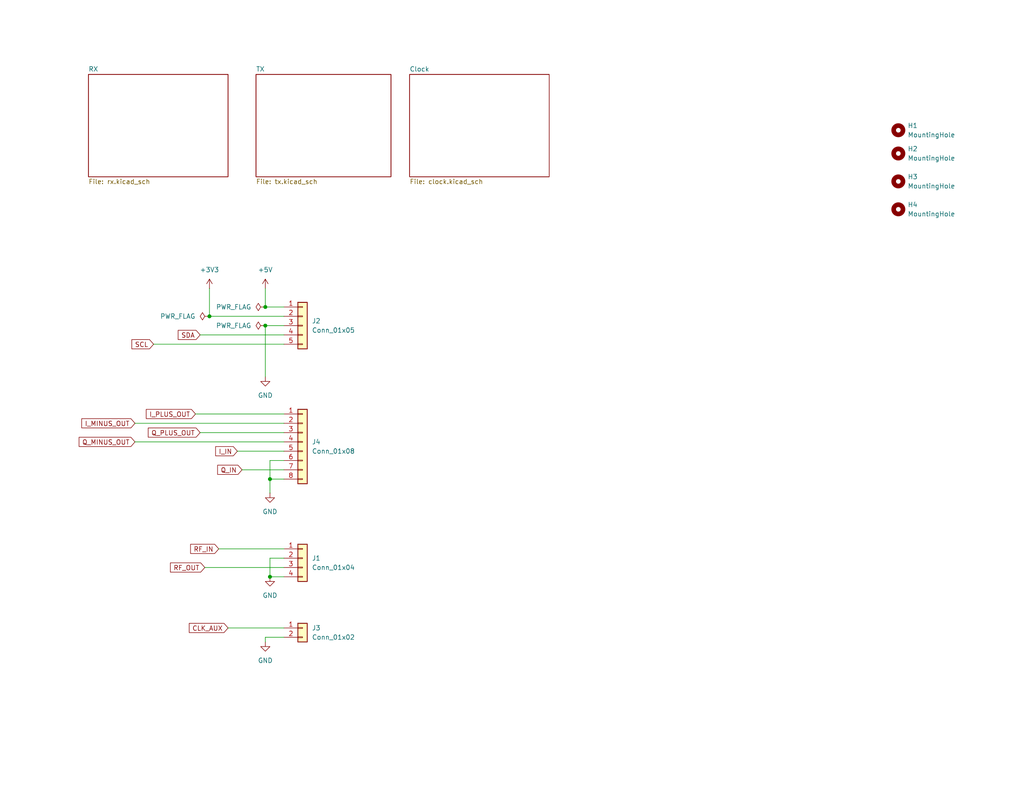
<source format=kicad_sch>
(kicad_sch (version 20231120) (generator "eeschema") (generator_version "8.0")
  (paper "USLetter")
  (title_block (title "Quadrature TX/RX Board") (date "2025-02-16") (rev "1") (company "Bruce MacKinnon KC1FSZ") (comment 1 "Copyright (C) Bruce MacKinnon, 2025") (comment 2 "NOT FOR COMMERCIAL USE"))
  (lib_symbols
    (symbol "Connector_Generic:Conn_01x02" (pin_names (offset 1.016) hide)
      (property "Reference" "J" (at 0 2.54 0))
      (property "Value" "Conn_01x02" (at 0 -5.08 0))
      (symbol "Conn_01x02_1_1"
        (rectangle (start -1.27 -2.413) (end 0 -2.667) (stroke (width 0.1524)))
        (rectangle (start -1.27 0.127) (end 0 -0.127) (stroke (width 0.1524)))
        (rectangle (start -1.27 1.27) (end 1.27 -3.81) (stroke (width 0.254)) (fill (type background)))
        (pin passive line (at -5.08 0 0) (length 3.81) (name "Pin_1") (number "1"))
        (pin passive line (at -5.08 -2.54 0) (length 3.81) (name "Pin_2") (number "2"))
      )
    )
    (symbol "Connector_Generic:Conn_01x04" (pin_names (offset 1.016) hide)
      (property "Reference" "J" (at 0 5.08 0))
      (property "Value" "Conn_01x04" (at 0 -7.62 0))
      (symbol "Conn_01x04_1_1"
        (rectangle (start -1.27 -4.953) (end 0 -5.207) (stroke (width 0.1524)))
        (rectangle (start -1.27 -2.413) (end 0 -2.667) (stroke (width 0.1524)))
        (rectangle (start -1.27 0.127) (end 0 -0.127) (stroke (width 0.1524)))
        (rectangle (start -1.27 2.667) (end 0 2.413) (stroke (width 0.1524)))
        (rectangle (start -1.27 3.81) (end 1.27 -6.35) (stroke (width 0.254)) (fill (type background)))
        (pin passive line (at -5.08 2.54 0) (length 3.81) (name "Pin_1") (number "1"))
        (pin passive line (at -5.08 0 0) (length 3.81) (name "Pin_2") (number "2"))
        (pin passive line (at -5.08 -2.54 0) (length 3.81) (name "Pin_3") (number "3"))
        (pin passive line (at -5.08 -5.08 0) (length 3.81) (name "Pin_4") (number "4"))
      )
    )
    (symbol "Connector_Generic:Conn_01x05" (pin_names (offset 1.016) hide)
      (property "Reference" "J" (at 0 7.62 0))
      (property "Value" "Conn_01x05" (at 0 -7.62 0))
      (symbol "Conn_01x05_1_1"
        (rectangle (start -1.27 -4.953) (end 0 -5.207) (stroke (width 0.1524)))
        (rectangle (start -1.27 -2.413) (end 0 -2.667) (stroke (width 0.1524)))
        (rectangle (start -1.27 0.127) (end 0 -0.127) (stroke (width 0.1524)))
        (rectangle (start -1.27 2.667) (end 0 2.413) (stroke (width 0.1524)))
        (rectangle (start -1.27 5.207) (end 0 4.953) (stroke (width 0.1524)))
        (rectangle (start -1.27 6.35) (end 1.27 -6.35) (stroke (width 0.254)) (fill (type background)))
        (pin passive line (at -5.08 5.08 0) (length 3.81) (name "Pin_1") (number "1"))
        (pin passive line (at -5.08 2.54 0) (length 3.81) (name "Pin_2") (number "2"))
        (pin passive line (at -5.08 0 0) (length 3.81) (name "Pin_3") (number "3"))
        (pin passive line (at -5.08 -2.54 0) (length 3.81) (name "Pin_4") (number "4"))
        (pin passive line (at -5.08 -5.08 0) (length 3.81) (name "Pin_5") (number "5"))
      )
    )
    (symbol "Connector_Generic:Conn_01x08" (pin_names (offset 1.016) hide)
      (property "Reference" "J" (at 0 10.16 0))
      (property "Value" "Conn_01x08" (at 0 -12.7 0))
      (symbol "Conn_01x08_1_1"
        (rectangle (start -1.27 -10.033) (end 0 -10.287) (stroke (width 0.1524)))
        (rectangle (start -1.27 -7.493) (end 0 -7.747) (stroke (width 0.1524)))
        (rectangle (start -1.27 -4.953) (end 0 -5.207) (stroke (width 0.1524)))
        (rectangle (start -1.27 -2.413) (end 0 -2.667) (stroke (width 0.1524)))
        (rectangle (start -1.27 0.127) (end 0 -0.127) (stroke (width 0.1524)))
        (rectangle (start -1.27 2.667) (end 0 2.413) (stroke (width 0.1524)))
        (rectangle (start -1.27 5.207) (end 0 4.953) (stroke (width 0.1524)))
        (rectangle (start -1.27 7.747) (end 0 7.493) (stroke (width 0.1524)))
        (rectangle (start -1.27 8.89) (end 1.27 -11.43) (stroke (width 0.254)) (fill (type background)))
        (pin passive line (at -5.08 7.62 0) (length 3.81) (name "Pin_1") (number "1"))
        (pin passive line (at -5.08 5.08 0) (length 3.81) (name "Pin_2") (number "2"))
        (pin passive line (at -5.08 2.54 0) (length 3.81) (name "Pin_3") (number "3"))
        (pin passive line (at -5.08 0 0) (length 3.81) (name "Pin_4") (number "4"))
        (pin passive line (at -5.08 -2.54 0) (length 3.81) (name "Pin_5") (number "5"))
        (pin passive line (at -5.08 -5.08 0) (length 3.81) (name "Pin_6") (number "6"))
        (pin passive line (at -5.08 -7.62 0) (length 3.81) (name "Pin_7") (number "7"))
        (pin passive line (at -5.08 -10.16 0) (length 3.81) (name "Pin_8") (number "8"))
      )
    )
    (symbol "Mechanical:MountingHole" (pin_names (offset 1.016)) (exclude_from_sim yes) (in_bom no)
      (property "Reference" "H" (at 0 5.08 0))
      (property "Value" "MountingHole" (at 0 3.175 0))
      (symbol "MountingHole_0_1"
        (circle (center 0 0) (radius 1.27) (stroke (width 1.27)))
      )
    )
    (symbol "power:+3V3" (power) (pin_numbers hide) (pin_names (offset 0) hide)
      (property "Value" "+3V3" (at 0 3.556 0))
      (symbol "+3V3_0_1"
        (polyline (pts (xy -0.762 1.27) (xy 0 2.54)))
        (polyline (pts (xy 0 0) (xy 0 2.54)))
        (polyline (pts (xy 0 2.54) (xy 0.762 1.27)))
      )
      (symbol "+3V3_1_1"
        (pin power_in line (at 0 0 90) (length 0) (name "~") (number "1"))
      )
    )
    (symbol "power:+5V" (power) (pin_numbers hide) (pin_names (offset 0) hide)
      (property "Value" "+5V" (at 0 3.556 0))
      (symbol "+5V_0_1"
        (polyline (pts (xy -0.762 1.27) (xy 0 2.54)))
        (polyline (pts (xy 0 0) (xy 0 2.54)))
        (polyline (pts (xy 0 2.54) (xy 0.762 1.27)))
      )
      (symbol "+5V_1_1"
        (pin power_in line (at 0 0 90) (length 0) (name "~") (number "1"))
      )
    )
    (symbol "power:GND" (power) (pin_numbers hide) (pin_names (offset 0) hide)
      (property "Value" "GND" (at 0 -3.81 0))
      (symbol "GND_0_1"
        (polyline (pts (xy 0 0) (xy 0 -1.27) (xy 1.27 -1.27) (xy 0 -2.54) (xy -1.27 -1.27) (xy 0 -1.27)))
      )
      (symbol "GND_1_1"
        (pin power_in line (at 0 0 270) (length 0) (name "~") (number "1"))
      )
    )
    (symbol "power:PWR_FLAG" (power) (pin_numbers hide) (pin_names (offset 0) hide)
      (property "Value" "PWR_FLAG" (at 0 3.81 0))
      (symbol "PWR_FLAG_0_0"
        (pin power_out line (at 0 0 90) (length 0) (name "~") (number "1"))
      )
      (symbol "PWR_FLAG_0_1"
        (polyline (pts (xy 0 0) (xy 0 1.27) (xy -1.016 1.905) (xy 0 2.54) (xy 1.016 1.905) (xy 0 1.27)))
      )
    )
  )
  (junction (at 72.39 83.82))
  (junction (at 73.66 157.48))
  (junction (at 57.15 86.36))
  (junction (at 72.39 88.9))
  (junction (at 73.66 130.81))
  (wire (pts (xy 59.69 149.86) (xy 77.47 149.86)))
  (wire (pts (xy 77.47 152.4) (xy 73.66 152.4)))
  (wire (pts (xy 54.61 118.11) (xy 77.47 118.11)))
  (wire (pts (xy 77.47 173.99) (xy 72.39 173.99)))
  (wire (pts (xy 57.15 86.36) (xy 77.47 86.36)))
  (wire (pts (xy 72.39 88.9) (xy 72.39 102.87)))
  (wire (pts (xy 73.66 152.4) (xy 73.66 157.48)))
  (wire (pts (xy 36.83 120.65) (xy 77.47 120.65)))
  (wire (pts (xy 36.83 115.57) (xy 77.47 115.57)))
  (wire (pts (xy 73.66 157.48) (xy 77.47 157.48)))
  (wire (pts (xy 73.66 130.81) (xy 77.47 130.81)))
  (wire (pts (xy 41.91 93.98) (xy 77.47 93.98)))
  (wire (pts (xy 73.66 130.81) (xy 73.66 134.62)))
  (wire (pts (xy 54.61 91.44) (xy 77.47 91.44)))
  (wire (pts (xy 55.88 154.94) (xy 77.47 154.94)))
  (wire (pts (xy 57.15 78.74) (xy 57.15 86.36)))
  (wire (pts (xy 64.77 123.19) (xy 77.47 123.19)))
  (wire (pts (xy 72.39 173.99) (xy 72.39 175.26)))
  (wire (pts (xy 62.23 171.45) (xy 77.47 171.45)))
  (wire (pts (xy 72.39 88.9) (xy 77.47 88.9)))
  (wire (pts (xy 66.04 128.27) (xy 77.47 128.27)))
  (wire (pts (xy 72.39 78.74) (xy 72.39 83.82)))
  (wire (pts (xy 73.66 125.73) (xy 73.66 130.81)))
  (wire (pts (xy 77.47 125.73) (xy 73.66 125.73)))
  (wire (pts (xy 53.34 113.03) (xy 77.47 113.03)))
  (wire (pts (xy 72.39 83.82) (xy 77.47 83.82)))
  (global_label "RF_OUT" (shape input) (at 55.88 154.94 180) (property "Intersheetrefs" "${INTERSHEET_REFS}" (effects (hide yes))))
  (global_label "I_MINUS_OUT" (shape input) (at 36.83 115.57 180) (property "Intersheetrefs" "${INTERSHEET_REFS}" (effects (hide yes))))
  (global_label "I_PLUS_OUT" (shape input) (at 53.34 113.03 180) (property "Intersheetrefs" "${INTERSHEET_REFS}" (effects (hide yes))))
  (global_label "SCL" (shape input) (at 41.91 93.98 180) (property "Intersheetrefs" "${INTERSHEET_REFS}" (effects (hide yes))))
  (global_label "SDA" (shape input) (at 54.61 91.44 180) (property "Intersheetrefs" "${INTERSHEET_REFS}" (effects (hide yes))))
  (global_label "RF_IN" (shape input) (at 59.69 149.86 180) (property "Intersheetrefs" "${INTERSHEET_REFS}" (effects (hide yes))))
  (global_label "Q_IN" (shape input) (at 66.04 128.27 180) (property "Intersheetrefs" "${INTERSHEET_REFS}" (effects (hide yes))))
  (global_label "Q_MINUS_OUT" (shape input) (at 36.83 120.65 180) (property "Intersheetrefs" "${INTERSHEET_REFS}" (effects (hide yes))))
  (global_label "CLK_AUX" (shape input) (at 62.23 171.45 180) (property "Intersheetrefs" "${INTERSHEET_REFS}" (effects (hide yes))))
  (global_label "I_IN" (shape input) (at 64.77 123.19 180) (property "Intersheetrefs" "${INTERSHEET_REFS}" (effects (hide yes))))
  (global_label "Q_PLUS_OUT" (shape input) (at 54.61 118.11 180) (property "Intersheetrefs" "${INTERSHEET_REFS}" (effects (hide yes))))
  (symbol (lib_id "Connector_Generic:Conn_01x08") (at 82.55 120.65 0) (unit 1)
    (property "Reference" "J4" (at 85.09 120.6499 0) (effects (justify left)))
    (property "Value" "Conn_01x08" (at 85.09 123.1899 0) (effects (justify left)))
    (property "Footprint" "Connector_PinHeader_2.54mm:PinHeader_1x08_P2.54mm_Vertical" (effects (hide yes)))
    (property "Description" "Generic connector, single row, 01x08, script generated (kicad-library-utils/schlib/autogen/connector/)" (effects (hide yes)))
  )
  (symbol (lib_id "power:+3V3") (at 57.15 78.74 0) (unit 1)
    (property "Reference" "#PWR08" (effects (hide yes)))
    (property "Value" "+3V3" (at 57.15 73.66 0))
    (property "Description" "Power symbol creates a global label with name \"+3V3\"" (effects (hide yes)))
  )
  (symbol (lib_id "power:GND") (at 72.39 175.26 0) (unit 1)
    (property "Reference" "#PWR030" (effects (hide yes)))
    (property "Value" "GND" (at 72.39 180.34 0))
    (property "Description" "Power symbol creates a global label with name \"GND\" , ground" (effects (hide yes)))
  )
  (symbol (lib_id "Connector_Generic:Conn_01x02") (at 82.55 171.45 0) (unit 1)
    (property "Reference" "J3" (at 85.09 171.4499 0) (effects (justify left)))
    (property "Value" "Conn_01x02" (at 85.09 173.9899 0) (effects (justify left)))
    (property "Footprint" "Connector_PinHeader_2.54mm:PinHeader_1x02_P2.54mm_Vertical" (effects (hide yes)))
    (property "Description" "Generic connector, single row, 01x02, script generated (kicad-library-utils/schlib/autogen/connector/)" (effects (hide yes)))
  )
  (symbol (lib_id "power:GND") (at 73.66 134.62 0) (unit 1)
    (property "Reference" "#PWR017" (effects (hide yes)))
    (property "Value" "GND" (at 73.66 139.7 0))
    (property "Description" "Power symbol creates a global label with name \"GND\" , ground" (effects (hide yes)))
  )
  (symbol (lib_id "power:GND") (at 73.66 157.48 0) (unit 1)
    (property "Reference" "#PWR01" (effects (hide yes)))
    (property "Value" "GND" (at 73.66 162.56 0))
    (property "Description" "Power symbol creates a global label with name \"GND\" , ground" (effects (hide yes)))
  )
  (symbol (lib_id "Connector_Generic:Conn_01x05") (at 82.55 88.9 0) (unit 1)
    (property "Reference" "J2" (at 85.09 87.6299 0) (effects (justify left)))
    (property "Value" "Conn_01x05" (at 85.09 90.1699 0) (effects (justify left)))
    (property "Footprint" "Connector_PinHeader_2.54mm:PinHeader_1x05_P2.54mm_Vertical" (effects (hide yes)))
    (property "Description" "Generic connector, single row, 01x05, script generated (kicad-library-utils/schlib/autogen/connector/)" (effects (hide yes)))
  )
  (symbol (lib_id "Mechanical:MountingHole") (at 245.11 41.91 0) (unit 1) (exclude_from_sim yes) (in_bom no)
    (property "Reference" "H2" (at 247.65 40.6399 0) (effects (justify left)))
    (property "Value" "MountingHole" (at 247.65 43.1799 0) (effects (justify left)))
    (property "Footprint" "MountingHole:MountingHole_3.5mm" (effects (hide yes)))
    (property "Description" "Mounting Hole without connection" (effects (hide yes)))
  )
  (symbol (lib_id "power:PWR_FLAG") (at 72.39 88.9 90) (unit 1)
    (property "Reference" "#FLG02" (effects (hide yes)))
    (property "Value" "PWR_FLAG" (at 68.58 88.8999 90) (effects (justify left)))
    (property "Description" "Special symbol for telling ERC where power comes from" (effects (hide yes)))
  )
  (symbol (lib_id "power:PWR_FLAG") (at 57.15 86.36 90) (unit 1)
    (property "Reference" "#FLG03" (effects (hide yes)))
    (property "Value" "PWR_FLAG" (at 53.34 86.3599 90) (effects (justify left)))
    (property "Description" "Special symbol for telling ERC where power comes from" (effects (hide yes)))
  )
  (symbol (lib_id "Mechanical:MountingHole") (at 245.11 49.53 0) (unit 1) (exclude_from_sim yes) (in_bom no)
    (property "Reference" "H3" (at 247.65 48.2599 0) (effects (justify left)))
    (property "Value" "MountingHole" (at 247.65 50.7999 0) (effects (justify left)))
    (property "Footprint" "MountingHole:MountingHole_3.5mm" (effects (hide yes)))
    (property "Description" "Mounting Hole without connection" (effects (hide yes)))
  )
  (symbol (lib_id "Mechanical:MountingHole") (at 245.11 35.56 0) (unit 1) (exclude_from_sim yes) (in_bom no)
    (property "Reference" "H1" (at 247.65 34.2899 0) (effects (justify left)))
    (property "Value" "MountingHole" (at 247.65 36.8299 0) (effects (justify left)))
    (property "Footprint" "MountingHole:MountingHole_3.5mm" (effects (hide yes)))
    (property "Description" "Mounting Hole without connection" (effects (hide yes)))
  )
  (symbol (lib_id "power:GND") (at 72.39 102.87 0) (unit 1)
    (property "Reference" "#PWR012" (effects (hide yes)))
    (property "Value" "GND" (at 72.39 107.95 0))
    (property "Description" "Power symbol creates a global label with name \"GND\" , ground" (effects (hide yes)))
  )
  (symbol (lib_id "power:PWR_FLAG") (at 72.39 83.82 90) (unit 1)
    (property "Reference" "#FLG01" (effects (hide yes)))
    (property "Value" "PWR_FLAG" (at 68.58 83.8199 90) (effects (justify left)))
    (property "Description" "Special symbol for telling ERC where power comes from" (effects (hide yes)))
  )
  (symbol (lib_id "power:+5V") (at 72.39 78.74 0) (unit 1)
    (property "Reference" "#PWR011" (effects (hide yes)))
    (property "Value" "+5V" (at 72.39 73.66 0))
    (property "Description" "Power symbol creates a global label with name \"+5V\"" (effects (hide yes)))
  )
  (symbol (lib_id "Mechanical:MountingHole") (at 245.11 57.15 0) (unit 1) (exclude_from_sim yes) (in_bom no)
    (property "Reference" "H4" (at 247.65 55.8799 0) (effects (justify left)))
    (property "Value" "MountingHole" (at 247.65 58.4199 0) (effects (justify left)))
    (property "Footprint" "MountingHole:MountingHole_3.5mm" (effects (hide yes)))
    (property "Description" "Mounting Hole without connection" (effects (hide yes)))
  )
  (symbol (lib_id "Connector_Generic:Conn_01x04") (at 82.55 152.4 0) (unit 1)
    (property "Reference" "J1" (at 85.09 152.3999 0) (effects (justify left)))
    (property "Value" "Conn_01x04" (at 85.09 154.9399 0) (effects (justify left)))
    (property "Footprint" "Connector_PinHeader_2.54mm:PinHeader_1x04_P2.54mm_Vertical" (effects (hide yes)))
    (property "Description" "Generic connector, single row, 01x04, script generated (kicad-library-utils/schlib/autogen/connector/)" (effects (hide yes)))
  )
  (sheet (at 24.13 20.32) (size 38.1 27.94) (stroke (width 0.1524))
    (property "Sheetname" "RX" (at 24.13 19.6084 0) (effects (justify left bottom)))
    (property "Sheetfile" "rx.kicad_sch" (at 24.13 48.8446 0) (effects (justify left top)))
  )
  (sheet (at 111.76 20.32) (size 38.1 27.94) (stroke (width 0.1524))
    (property "Sheetname" "Clock" (at 111.76 19.6084 0) (effects (justify left bottom)))
    (property "Sheetfile" "clock.kicad_sch" (at 111.76 48.8446 0) (effects (justify left top)))
  )
  (sheet (at 69.85 20.32) (size 36.83 27.94) (stroke (width 0.1524))
    (property "Sheetname" "TX" (at 69.85 19.6084 0) (effects (justify left bottom)))
    (property "Sheetfile" "tx.kicad_sch" (at 69.85 48.8446 0) (effects (justify left top)))
  )
)
</source>
